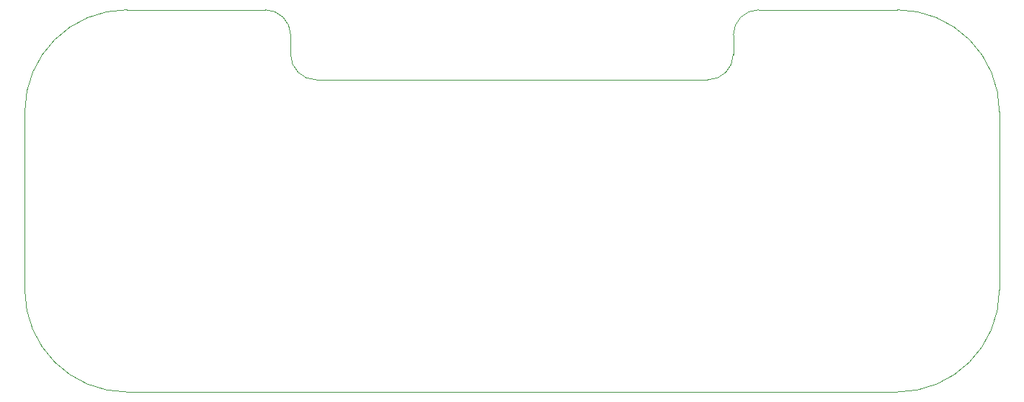
<source format=gm1>
%TF.GenerationSoftware,KiCad,Pcbnew,8.0.2-1*%
%TF.CreationDate,2024-07-01T17:17:08+01:00*%
%TF.ProjectId,solderbit-gamepad,736f6c64-6572-4626-9974-2d67616d6570,v0.6*%
%TF.SameCoordinates,Original*%
%TF.FileFunction,Profile,NP*%
%FSLAX46Y46*%
G04 Gerber Fmt 4.6, Leading zero omitted, Abs format (unit mm)*
G04 Created by KiCad (PCBNEW 8.0.2-1) date 2024-07-01 17:17:08*
%MOMM*%
%LPD*%
G01*
G04 APERTURE LIST*
%TA.AperFunction,Profile*%
%ADD10C,0.100000*%
%TD*%
G04 APERTURE END LIST*
D10*
X75249900Y-36514719D02*
G75*
G02*
X78249999Y-39492755I0J-3000181D01*
G01*
X133260392Y-36514719D02*
X149514700Y-36514719D01*
X127250000Y-44764719D02*
X81250000Y-44764719D01*
X149514700Y-36514719D02*
G75*
G02*
X161514681Y-48514719I0J-11999981D01*
G01*
X130250000Y-41764700D02*
X130250000Y-39514700D01*
X161514719Y-48514719D02*
X161514719Y-69514720D01*
X161514719Y-69514720D02*
G75*
G02*
X149514720Y-81514719I-11999999J0D01*
G01*
X81250000Y-44764719D02*
G75*
G02*
X78250081Y-41764719I0J2999919D01*
G01*
X47014719Y-48514720D02*
X47014719Y-69514720D01*
X149514720Y-81514719D02*
X59014720Y-81514719D01*
X47014719Y-48514720D02*
G75*
G02*
X59014720Y-36514719I12000001J0D01*
G01*
X78250000Y-41764719D02*
X78250000Y-39492755D01*
X130250000Y-39514700D02*
G75*
G02*
X133260392Y-36514718I3000000J0D01*
G01*
X59014720Y-81514719D02*
G75*
G02*
X47014721Y-69514720I0J11999999D01*
G01*
X130250000Y-41764700D02*
G75*
G02*
X127250000Y-44764700I-3000000J0D01*
G01*
X75249900Y-36514719D02*
X59014720Y-36514719D01*
M02*

</source>
